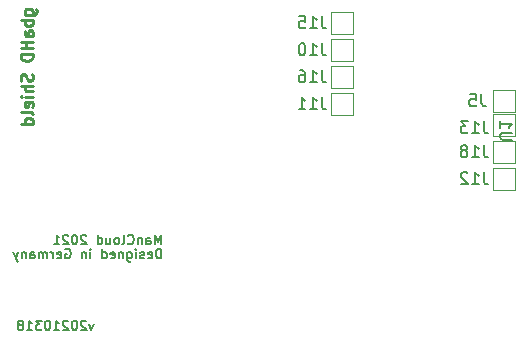
<source format=gbr>
%TF.GenerationSoftware,KiCad,Pcbnew,(5.1.8)-1*%
%TF.CreationDate,2021-03-18T21:41:09+01:00*%
%TF.ProjectId,GBAHD_Shield,47424148-445f-4536-9869-656c642e6b69,rev?*%
%TF.SameCoordinates,Original*%
%TF.FileFunction,Legend,Bot*%
%TF.FilePolarity,Positive*%
%FSLAX46Y46*%
G04 Gerber Fmt 4.6, Leading zero omitted, Abs format (unit mm)*
G04 Created by KiCad (PCBNEW (5.1.8)-1) date 2021-03-18 21:41:09*
%MOMM*%
%LPD*%
G01*
G04 APERTURE LIST*
%ADD10C,0.150000*%
%ADD11C,0.250000*%
%ADD12C,0.120000*%
G04 APERTURE END LIST*
D10*
X52112214Y-64344571D02*
X51921738Y-64877904D01*
X51731261Y-64344571D01*
X51464595Y-64154095D02*
X51426500Y-64116000D01*
X51350309Y-64077904D01*
X51159833Y-64077904D01*
X51083642Y-64116000D01*
X51045547Y-64154095D01*
X51007452Y-64230285D01*
X51007452Y-64306476D01*
X51045547Y-64420761D01*
X51502690Y-64877904D01*
X51007452Y-64877904D01*
X50512214Y-64077904D02*
X50436023Y-64077904D01*
X50359833Y-64116000D01*
X50321738Y-64154095D01*
X50283642Y-64230285D01*
X50245547Y-64382666D01*
X50245547Y-64573142D01*
X50283642Y-64725523D01*
X50321738Y-64801714D01*
X50359833Y-64839809D01*
X50436023Y-64877904D01*
X50512214Y-64877904D01*
X50588404Y-64839809D01*
X50626500Y-64801714D01*
X50664595Y-64725523D01*
X50702690Y-64573142D01*
X50702690Y-64382666D01*
X50664595Y-64230285D01*
X50626500Y-64154095D01*
X50588404Y-64116000D01*
X50512214Y-64077904D01*
X49940785Y-64154095D02*
X49902690Y-64116000D01*
X49826500Y-64077904D01*
X49636023Y-64077904D01*
X49559833Y-64116000D01*
X49521738Y-64154095D01*
X49483642Y-64230285D01*
X49483642Y-64306476D01*
X49521738Y-64420761D01*
X49978880Y-64877904D01*
X49483642Y-64877904D01*
X48721738Y-64877904D02*
X49178880Y-64877904D01*
X48950309Y-64877904D02*
X48950309Y-64077904D01*
X49026500Y-64192190D01*
X49102690Y-64268380D01*
X49178880Y-64306476D01*
X48226500Y-64077904D02*
X48150309Y-64077904D01*
X48074119Y-64116000D01*
X48036023Y-64154095D01*
X47997928Y-64230285D01*
X47959833Y-64382666D01*
X47959833Y-64573142D01*
X47997928Y-64725523D01*
X48036023Y-64801714D01*
X48074119Y-64839809D01*
X48150309Y-64877904D01*
X48226500Y-64877904D01*
X48302690Y-64839809D01*
X48340785Y-64801714D01*
X48378880Y-64725523D01*
X48416976Y-64573142D01*
X48416976Y-64382666D01*
X48378880Y-64230285D01*
X48340785Y-64154095D01*
X48302690Y-64116000D01*
X48226500Y-64077904D01*
X47693166Y-64077904D02*
X47197928Y-64077904D01*
X47464595Y-64382666D01*
X47350309Y-64382666D01*
X47274119Y-64420761D01*
X47236023Y-64458857D01*
X47197928Y-64535047D01*
X47197928Y-64725523D01*
X47236023Y-64801714D01*
X47274119Y-64839809D01*
X47350309Y-64877904D01*
X47578880Y-64877904D01*
X47655071Y-64839809D01*
X47693166Y-64801714D01*
X46436023Y-64877904D02*
X46893166Y-64877904D01*
X46664595Y-64877904D02*
X46664595Y-64077904D01*
X46740785Y-64192190D01*
X46816976Y-64268380D01*
X46893166Y-64306476D01*
X45978880Y-64420761D02*
X46055071Y-64382666D01*
X46093166Y-64344571D01*
X46131261Y-64268380D01*
X46131261Y-64230285D01*
X46093166Y-64154095D01*
X46055071Y-64116000D01*
X45978880Y-64077904D01*
X45826500Y-64077904D01*
X45750309Y-64116000D01*
X45712214Y-64154095D01*
X45674119Y-64230285D01*
X45674119Y-64268380D01*
X45712214Y-64344571D01*
X45750309Y-64382666D01*
X45826500Y-64420761D01*
X45978880Y-64420761D01*
X46055071Y-64458857D01*
X46093166Y-64496952D01*
X46131261Y-64573142D01*
X46131261Y-64725523D01*
X46093166Y-64801714D01*
X46055071Y-64839809D01*
X45978880Y-64877904D01*
X45826500Y-64877904D01*
X45750309Y-64839809D01*
X45712214Y-64801714D01*
X45674119Y-64725523D01*
X45674119Y-64573142D01*
X45712214Y-64496952D01*
X45750309Y-64458857D01*
X45826500Y-64420761D01*
X57812023Y-58811904D02*
X57812023Y-58011904D01*
X57621547Y-58011904D01*
X57507261Y-58050000D01*
X57431071Y-58126190D01*
X57392976Y-58202380D01*
X57354880Y-58354761D01*
X57354880Y-58469047D01*
X57392976Y-58621428D01*
X57431071Y-58697619D01*
X57507261Y-58773809D01*
X57621547Y-58811904D01*
X57812023Y-58811904D01*
X56707261Y-58773809D02*
X56783452Y-58811904D01*
X56935833Y-58811904D01*
X57012023Y-58773809D01*
X57050119Y-58697619D01*
X57050119Y-58392857D01*
X57012023Y-58316666D01*
X56935833Y-58278571D01*
X56783452Y-58278571D01*
X56707261Y-58316666D01*
X56669166Y-58392857D01*
X56669166Y-58469047D01*
X57050119Y-58545238D01*
X56364404Y-58773809D02*
X56288214Y-58811904D01*
X56135833Y-58811904D01*
X56059642Y-58773809D01*
X56021547Y-58697619D01*
X56021547Y-58659523D01*
X56059642Y-58583333D01*
X56135833Y-58545238D01*
X56250119Y-58545238D01*
X56326309Y-58507142D01*
X56364404Y-58430952D01*
X56364404Y-58392857D01*
X56326309Y-58316666D01*
X56250119Y-58278571D01*
X56135833Y-58278571D01*
X56059642Y-58316666D01*
X55678690Y-58811904D02*
X55678690Y-58278571D01*
X55678690Y-58011904D02*
X55716785Y-58050000D01*
X55678690Y-58088095D01*
X55640595Y-58050000D01*
X55678690Y-58011904D01*
X55678690Y-58088095D01*
X54954880Y-58278571D02*
X54954880Y-58926190D01*
X54992976Y-59002380D01*
X55031071Y-59040476D01*
X55107261Y-59078571D01*
X55221547Y-59078571D01*
X55297738Y-59040476D01*
X54954880Y-58773809D02*
X55031071Y-58811904D01*
X55183452Y-58811904D01*
X55259642Y-58773809D01*
X55297738Y-58735714D01*
X55335833Y-58659523D01*
X55335833Y-58430952D01*
X55297738Y-58354761D01*
X55259642Y-58316666D01*
X55183452Y-58278571D01*
X55031071Y-58278571D01*
X54954880Y-58316666D01*
X54573928Y-58278571D02*
X54573928Y-58811904D01*
X54573928Y-58354761D02*
X54535833Y-58316666D01*
X54459642Y-58278571D01*
X54345357Y-58278571D01*
X54269166Y-58316666D01*
X54231071Y-58392857D01*
X54231071Y-58811904D01*
X53545357Y-58773809D02*
X53621547Y-58811904D01*
X53773928Y-58811904D01*
X53850119Y-58773809D01*
X53888214Y-58697619D01*
X53888214Y-58392857D01*
X53850119Y-58316666D01*
X53773928Y-58278571D01*
X53621547Y-58278571D01*
X53545357Y-58316666D01*
X53507261Y-58392857D01*
X53507261Y-58469047D01*
X53888214Y-58545238D01*
X52821547Y-58811904D02*
X52821547Y-58011904D01*
X52821547Y-58773809D02*
X52897738Y-58811904D01*
X53050119Y-58811904D01*
X53126309Y-58773809D01*
X53164404Y-58735714D01*
X53202500Y-58659523D01*
X53202500Y-58430952D01*
X53164404Y-58354761D01*
X53126309Y-58316666D01*
X53050119Y-58278571D01*
X52897738Y-58278571D01*
X52821547Y-58316666D01*
X51831071Y-58811904D02*
X51831071Y-58278571D01*
X51831071Y-58011904D02*
X51869166Y-58050000D01*
X51831071Y-58088095D01*
X51792976Y-58050000D01*
X51831071Y-58011904D01*
X51831071Y-58088095D01*
X51450119Y-58278571D02*
X51450119Y-58811904D01*
X51450119Y-58354761D02*
X51412023Y-58316666D01*
X51335833Y-58278571D01*
X51221547Y-58278571D01*
X51145357Y-58316666D01*
X51107261Y-58392857D01*
X51107261Y-58811904D01*
X49697738Y-58050000D02*
X49773928Y-58011904D01*
X49888214Y-58011904D01*
X50002500Y-58050000D01*
X50078690Y-58126190D01*
X50116785Y-58202380D01*
X50154880Y-58354761D01*
X50154880Y-58469047D01*
X50116785Y-58621428D01*
X50078690Y-58697619D01*
X50002500Y-58773809D01*
X49888214Y-58811904D01*
X49812023Y-58811904D01*
X49697738Y-58773809D01*
X49659642Y-58735714D01*
X49659642Y-58469047D01*
X49812023Y-58469047D01*
X49012023Y-58773809D02*
X49088214Y-58811904D01*
X49240595Y-58811904D01*
X49316785Y-58773809D01*
X49354880Y-58697619D01*
X49354880Y-58392857D01*
X49316785Y-58316666D01*
X49240595Y-58278571D01*
X49088214Y-58278571D01*
X49012023Y-58316666D01*
X48973928Y-58392857D01*
X48973928Y-58469047D01*
X49354880Y-58545238D01*
X48631071Y-58811904D02*
X48631071Y-58278571D01*
X48631071Y-58430952D02*
X48592976Y-58354761D01*
X48554880Y-58316666D01*
X48478690Y-58278571D01*
X48402500Y-58278571D01*
X48135833Y-58811904D02*
X48135833Y-58278571D01*
X48135833Y-58354761D02*
X48097738Y-58316666D01*
X48021547Y-58278571D01*
X47907261Y-58278571D01*
X47831071Y-58316666D01*
X47792976Y-58392857D01*
X47792976Y-58811904D01*
X47792976Y-58392857D02*
X47754880Y-58316666D01*
X47678690Y-58278571D01*
X47564404Y-58278571D01*
X47488214Y-58316666D01*
X47450119Y-58392857D01*
X47450119Y-58811904D01*
X46726309Y-58811904D02*
X46726309Y-58392857D01*
X46764404Y-58316666D01*
X46840595Y-58278571D01*
X46992976Y-58278571D01*
X47069166Y-58316666D01*
X46726309Y-58773809D02*
X46802500Y-58811904D01*
X46992976Y-58811904D01*
X47069166Y-58773809D01*
X47107261Y-58697619D01*
X47107261Y-58621428D01*
X47069166Y-58545238D01*
X46992976Y-58507142D01*
X46802500Y-58507142D01*
X46726309Y-58469047D01*
X46345357Y-58278571D02*
X46345357Y-58811904D01*
X46345357Y-58354761D02*
X46307261Y-58316666D01*
X46231071Y-58278571D01*
X46116785Y-58278571D01*
X46040595Y-58316666D01*
X46002500Y-58392857D01*
X46002500Y-58811904D01*
X45697738Y-58278571D02*
X45507261Y-58811904D01*
X45316785Y-58278571D02*
X45507261Y-58811904D01*
X45583452Y-59002380D01*
X45621547Y-59040476D01*
X45697738Y-59078571D01*
X57803690Y-57611904D02*
X57803690Y-56811904D01*
X57537024Y-57383333D01*
X57270357Y-56811904D01*
X57270357Y-57611904D01*
X56546547Y-57611904D02*
X56546547Y-57192857D01*
X56584643Y-57116666D01*
X56660833Y-57078571D01*
X56813214Y-57078571D01*
X56889405Y-57116666D01*
X56546547Y-57573809D02*
X56622738Y-57611904D01*
X56813214Y-57611904D01*
X56889405Y-57573809D01*
X56927500Y-57497619D01*
X56927500Y-57421428D01*
X56889405Y-57345238D01*
X56813214Y-57307142D01*
X56622738Y-57307142D01*
X56546547Y-57269047D01*
X56165595Y-57078571D02*
X56165595Y-57611904D01*
X56165595Y-57154761D02*
X56127500Y-57116666D01*
X56051309Y-57078571D01*
X55937024Y-57078571D01*
X55860833Y-57116666D01*
X55822738Y-57192857D01*
X55822738Y-57611904D01*
X54984643Y-57535714D02*
X55022738Y-57573809D01*
X55137024Y-57611904D01*
X55213214Y-57611904D01*
X55327500Y-57573809D01*
X55403690Y-57497619D01*
X55441786Y-57421428D01*
X55479881Y-57269047D01*
X55479881Y-57154761D01*
X55441786Y-57002380D01*
X55403690Y-56926190D01*
X55327500Y-56850000D01*
X55213214Y-56811904D01*
X55137024Y-56811904D01*
X55022738Y-56850000D01*
X54984643Y-56888095D01*
X54527500Y-57611904D02*
X54603690Y-57573809D01*
X54641786Y-57497619D01*
X54641786Y-56811904D01*
X54108452Y-57611904D02*
X54184643Y-57573809D01*
X54222738Y-57535714D01*
X54260833Y-57459523D01*
X54260833Y-57230952D01*
X54222738Y-57154761D01*
X54184643Y-57116666D01*
X54108452Y-57078571D01*
X53994167Y-57078571D01*
X53917976Y-57116666D01*
X53879881Y-57154761D01*
X53841786Y-57230952D01*
X53841786Y-57459523D01*
X53879881Y-57535714D01*
X53917976Y-57573809D01*
X53994167Y-57611904D01*
X54108452Y-57611904D01*
X53156071Y-57078571D02*
X53156071Y-57611904D01*
X53498928Y-57078571D02*
X53498928Y-57497619D01*
X53460833Y-57573809D01*
X53384643Y-57611904D01*
X53270357Y-57611904D01*
X53194167Y-57573809D01*
X53156071Y-57535714D01*
X52432262Y-57611904D02*
X52432262Y-56811904D01*
X52432262Y-57573809D02*
X52508452Y-57611904D01*
X52660833Y-57611904D01*
X52737024Y-57573809D01*
X52775119Y-57535714D01*
X52813214Y-57459523D01*
X52813214Y-57230952D01*
X52775119Y-57154761D01*
X52737024Y-57116666D01*
X52660833Y-57078571D01*
X52508452Y-57078571D01*
X52432262Y-57116666D01*
X51479881Y-56888095D02*
X51441786Y-56850000D01*
X51365595Y-56811904D01*
X51175119Y-56811904D01*
X51098928Y-56850000D01*
X51060833Y-56888095D01*
X51022738Y-56964285D01*
X51022738Y-57040476D01*
X51060833Y-57154761D01*
X51517976Y-57611904D01*
X51022738Y-57611904D01*
X50527500Y-56811904D02*
X50451309Y-56811904D01*
X50375119Y-56850000D01*
X50337024Y-56888095D01*
X50298928Y-56964285D01*
X50260833Y-57116666D01*
X50260833Y-57307142D01*
X50298928Y-57459523D01*
X50337024Y-57535714D01*
X50375119Y-57573809D01*
X50451309Y-57611904D01*
X50527500Y-57611904D01*
X50603690Y-57573809D01*
X50641786Y-57535714D01*
X50679881Y-57459523D01*
X50717976Y-57307142D01*
X50717976Y-57116666D01*
X50679881Y-56964285D01*
X50641786Y-56888095D01*
X50603690Y-56850000D01*
X50527500Y-56811904D01*
X49956071Y-56888095D02*
X49917976Y-56850000D01*
X49841786Y-56811904D01*
X49651309Y-56811904D01*
X49575119Y-56850000D01*
X49537024Y-56888095D01*
X49498928Y-56964285D01*
X49498928Y-57040476D01*
X49537024Y-57154761D01*
X49994167Y-57611904D01*
X49498928Y-57611904D01*
X48737024Y-57611904D02*
X49194167Y-57611904D01*
X48965595Y-57611904D02*
X48965595Y-56811904D01*
X49041786Y-56926190D01*
X49117976Y-57002380D01*
X49194167Y-57040476D01*
D11*
X46267714Y-38167166D02*
X47077238Y-38167166D01*
X47172476Y-38119547D01*
X47220095Y-38071928D01*
X47267714Y-37976690D01*
X47267714Y-37833833D01*
X47220095Y-37738595D01*
X46886761Y-38167166D02*
X46934380Y-38071928D01*
X46934380Y-37881452D01*
X46886761Y-37786214D01*
X46839142Y-37738595D01*
X46743904Y-37690976D01*
X46458190Y-37690976D01*
X46362952Y-37738595D01*
X46315333Y-37786214D01*
X46267714Y-37881452D01*
X46267714Y-38071928D01*
X46315333Y-38167166D01*
X46934380Y-38643357D02*
X45934380Y-38643357D01*
X46315333Y-38643357D02*
X46267714Y-38738595D01*
X46267714Y-38929071D01*
X46315333Y-39024309D01*
X46362952Y-39071928D01*
X46458190Y-39119547D01*
X46743904Y-39119547D01*
X46839142Y-39071928D01*
X46886761Y-39024309D01*
X46934380Y-38929071D01*
X46934380Y-38738595D01*
X46886761Y-38643357D01*
X46934380Y-39976690D02*
X46410571Y-39976690D01*
X46315333Y-39929071D01*
X46267714Y-39833833D01*
X46267714Y-39643357D01*
X46315333Y-39548119D01*
X46886761Y-39976690D02*
X46934380Y-39881452D01*
X46934380Y-39643357D01*
X46886761Y-39548119D01*
X46791523Y-39500500D01*
X46696285Y-39500500D01*
X46601047Y-39548119D01*
X46553428Y-39643357D01*
X46553428Y-39881452D01*
X46505809Y-39976690D01*
X46934380Y-40452880D02*
X45934380Y-40452880D01*
X46410571Y-40452880D02*
X46410571Y-41024309D01*
X46934380Y-41024309D02*
X45934380Y-41024309D01*
X46934380Y-41500500D02*
X45934380Y-41500500D01*
X45934380Y-41738595D01*
X45982000Y-41881452D01*
X46077238Y-41976690D01*
X46172476Y-42024309D01*
X46362952Y-42071928D01*
X46505809Y-42071928D01*
X46696285Y-42024309D01*
X46791523Y-41976690D01*
X46886761Y-41881452D01*
X46934380Y-41738595D01*
X46934380Y-41500500D01*
X46886761Y-43214785D02*
X46934380Y-43357642D01*
X46934380Y-43595738D01*
X46886761Y-43690976D01*
X46839142Y-43738595D01*
X46743904Y-43786214D01*
X46648666Y-43786214D01*
X46553428Y-43738595D01*
X46505809Y-43690976D01*
X46458190Y-43595738D01*
X46410571Y-43405261D01*
X46362952Y-43310023D01*
X46315333Y-43262404D01*
X46220095Y-43214785D01*
X46124857Y-43214785D01*
X46029619Y-43262404D01*
X45982000Y-43310023D01*
X45934380Y-43405261D01*
X45934380Y-43643357D01*
X45982000Y-43786214D01*
X46934380Y-44214785D02*
X45934380Y-44214785D01*
X46934380Y-44643357D02*
X46410571Y-44643357D01*
X46315333Y-44595738D01*
X46267714Y-44500500D01*
X46267714Y-44357642D01*
X46315333Y-44262404D01*
X46362952Y-44214785D01*
X46934380Y-45119547D02*
X46267714Y-45119547D01*
X45934380Y-45119547D02*
X45982000Y-45071928D01*
X46029619Y-45119547D01*
X45982000Y-45167166D01*
X45934380Y-45119547D01*
X46029619Y-45119547D01*
X46886761Y-45976690D02*
X46934380Y-45881452D01*
X46934380Y-45690976D01*
X46886761Y-45595738D01*
X46791523Y-45548119D01*
X46410571Y-45548119D01*
X46315333Y-45595738D01*
X46267714Y-45690976D01*
X46267714Y-45881452D01*
X46315333Y-45976690D01*
X46410571Y-46024309D01*
X46505809Y-46024309D01*
X46601047Y-45548119D01*
X46934380Y-46595738D02*
X46886761Y-46500500D01*
X46791523Y-46452880D01*
X45934380Y-46452880D01*
X46934380Y-47405261D02*
X45934380Y-47405261D01*
X46886761Y-47405261D02*
X46934380Y-47310023D01*
X46934380Y-47119547D01*
X46886761Y-47024309D01*
X46839142Y-46976690D01*
X46743904Y-46929071D01*
X46458190Y-46929071D01*
X46362952Y-46976690D01*
X46315333Y-47024309D01*
X46267714Y-47119547D01*
X46267714Y-47310023D01*
X46315333Y-47405261D01*
D12*
%TO.C,J5*%
X85918000Y-46416000D02*
X87818000Y-46416000D01*
X87818000Y-46416000D02*
X87818000Y-44516000D01*
X87818000Y-44516000D02*
X85918000Y-44516000D01*
X85918000Y-44516000D02*
X85918000Y-46416000D01*
%TO.C,J12*%
X85918000Y-53020000D02*
X87818000Y-53020000D01*
X87818000Y-53020000D02*
X87818000Y-51120000D01*
X87818000Y-51120000D02*
X85918000Y-51120000D01*
X85918000Y-51120000D02*
X85918000Y-53020000D01*
%TO.C,J18*%
X85918000Y-50734000D02*
X87818000Y-50734000D01*
X87818000Y-50734000D02*
X87818000Y-48834000D01*
X87818000Y-48834000D02*
X85918000Y-48834000D01*
X85918000Y-48834000D02*
X85918000Y-50734000D01*
%TO.C,J16*%
X72202000Y-44384000D02*
X74102000Y-44384000D01*
X74102000Y-44384000D02*
X74102000Y-42484000D01*
X74102000Y-42484000D02*
X72202000Y-42484000D01*
X72202000Y-42484000D02*
X72202000Y-44384000D01*
%TO.C,J15*%
X72202000Y-39812000D02*
X74102000Y-39812000D01*
X74102000Y-39812000D02*
X74102000Y-37912000D01*
X74102000Y-37912000D02*
X72202000Y-37912000D01*
X72202000Y-37912000D02*
X72202000Y-39812000D01*
%TO.C,J13*%
X85918000Y-48448000D02*
X87818000Y-48448000D01*
X87818000Y-48448000D02*
X87818000Y-46548000D01*
X87818000Y-46548000D02*
X85918000Y-46548000D01*
X85918000Y-46548000D02*
X85918000Y-48448000D01*
%TO.C,J11*%
X72202000Y-46670000D02*
X74102000Y-46670000D01*
X74102000Y-46670000D02*
X74102000Y-44770000D01*
X74102000Y-44770000D02*
X72202000Y-44770000D01*
X72202000Y-44770000D02*
X72202000Y-46670000D01*
%TO.C,J10*%
X72202000Y-42098000D02*
X74102000Y-42098000D01*
X74102000Y-42098000D02*
X74102000Y-40198000D01*
X74102000Y-40198000D02*
X72202000Y-40198000D01*
X72202000Y-40198000D02*
X72202000Y-42098000D01*
%TO.C,J5*%
D10*
X84915333Y-44918380D02*
X84915333Y-45632666D01*
X84962952Y-45775523D01*
X85058190Y-45870761D01*
X85201047Y-45918380D01*
X85296285Y-45918380D01*
X83962952Y-44918380D02*
X84439142Y-44918380D01*
X84486761Y-45394571D01*
X84439142Y-45346952D01*
X84343904Y-45299333D01*
X84105809Y-45299333D01*
X84010571Y-45346952D01*
X83962952Y-45394571D01*
X83915333Y-45489809D01*
X83915333Y-45727904D01*
X83962952Y-45823142D01*
X84010571Y-45870761D01*
X84105809Y-45918380D01*
X84343904Y-45918380D01*
X84439142Y-45870761D01*
X84486761Y-45823142D01*
%TO.C,J12*%
X85137523Y-51522380D02*
X85137523Y-52236666D01*
X85185142Y-52379523D01*
X85280380Y-52474761D01*
X85423238Y-52522380D01*
X85518476Y-52522380D01*
X84137523Y-52522380D02*
X84708952Y-52522380D01*
X84423238Y-52522380D02*
X84423238Y-51522380D01*
X84518476Y-51665238D01*
X84613714Y-51760476D01*
X84708952Y-51808095D01*
X83756571Y-51617619D02*
X83708952Y-51570000D01*
X83613714Y-51522380D01*
X83375619Y-51522380D01*
X83280380Y-51570000D01*
X83232761Y-51617619D01*
X83185142Y-51712857D01*
X83185142Y-51808095D01*
X83232761Y-51950952D01*
X83804190Y-52522380D01*
X83185142Y-52522380D01*
%TO.C,J18*%
X85137523Y-49236380D02*
X85137523Y-49950666D01*
X85185142Y-50093523D01*
X85280380Y-50188761D01*
X85423238Y-50236380D01*
X85518476Y-50236380D01*
X84137523Y-50236380D02*
X84708952Y-50236380D01*
X84423238Y-50236380D02*
X84423238Y-49236380D01*
X84518476Y-49379238D01*
X84613714Y-49474476D01*
X84708952Y-49522095D01*
X83566095Y-49664952D02*
X83661333Y-49617333D01*
X83708952Y-49569714D01*
X83756571Y-49474476D01*
X83756571Y-49426857D01*
X83708952Y-49331619D01*
X83661333Y-49284000D01*
X83566095Y-49236380D01*
X83375619Y-49236380D01*
X83280380Y-49284000D01*
X83232761Y-49331619D01*
X83185142Y-49426857D01*
X83185142Y-49474476D01*
X83232761Y-49569714D01*
X83280380Y-49617333D01*
X83375619Y-49664952D01*
X83566095Y-49664952D01*
X83661333Y-49712571D01*
X83708952Y-49760190D01*
X83756571Y-49855428D01*
X83756571Y-50045904D01*
X83708952Y-50141142D01*
X83661333Y-50188761D01*
X83566095Y-50236380D01*
X83375619Y-50236380D01*
X83280380Y-50188761D01*
X83232761Y-50141142D01*
X83185142Y-50045904D01*
X83185142Y-49855428D01*
X83232761Y-49760190D01*
X83280380Y-49712571D01*
X83375619Y-49664952D01*
%TO.C,J16*%
X71421523Y-42886380D02*
X71421523Y-43600666D01*
X71469142Y-43743523D01*
X71564380Y-43838761D01*
X71707238Y-43886380D01*
X71802476Y-43886380D01*
X70421523Y-43886380D02*
X70992952Y-43886380D01*
X70707238Y-43886380D02*
X70707238Y-42886380D01*
X70802476Y-43029238D01*
X70897714Y-43124476D01*
X70992952Y-43172095D01*
X69564380Y-42886380D02*
X69754857Y-42886380D01*
X69850095Y-42934000D01*
X69897714Y-42981619D01*
X69992952Y-43124476D01*
X70040571Y-43314952D01*
X70040571Y-43695904D01*
X69992952Y-43791142D01*
X69945333Y-43838761D01*
X69850095Y-43886380D01*
X69659619Y-43886380D01*
X69564380Y-43838761D01*
X69516761Y-43791142D01*
X69469142Y-43695904D01*
X69469142Y-43457809D01*
X69516761Y-43362571D01*
X69564380Y-43314952D01*
X69659619Y-43267333D01*
X69850095Y-43267333D01*
X69945333Y-43314952D01*
X69992952Y-43362571D01*
X70040571Y-43457809D01*
%TO.C,J15*%
X71421523Y-38314380D02*
X71421523Y-39028666D01*
X71469142Y-39171523D01*
X71564380Y-39266761D01*
X71707238Y-39314380D01*
X71802476Y-39314380D01*
X70421523Y-39314380D02*
X70992952Y-39314380D01*
X70707238Y-39314380D02*
X70707238Y-38314380D01*
X70802476Y-38457238D01*
X70897714Y-38552476D01*
X70992952Y-38600095D01*
X69516761Y-38314380D02*
X69992952Y-38314380D01*
X70040571Y-38790571D01*
X69992952Y-38742952D01*
X69897714Y-38695333D01*
X69659619Y-38695333D01*
X69564380Y-38742952D01*
X69516761Y-38790571D01*
X69469142Y-38885809D01*
X69469142Y-39123904D01*
X69516761Y-39219142D01*
X69564380Y-39266761D01*
X69659619Y-39314380D01*
X69897714Y-39314380D01*
X69992952Y-39266761D01*
X70040571Y-39219142D01*
%TO.C,J13*%
X85137523Y-47204380D02*
X85137523Y-47918666D01*
X85185142Y-48061523D01*
X85280380Y-48156761D01*
X85423238Y-48204380D01*
X85518476Y-48204380D01*
X84137523Y-48204380D02*
X84708952Y-48204380D01*
X84423238Y-48204380D02*
X84423238Y-47204380D01*
X84518476Y-47347238D01*
X84613714Y-47442476D01*
X84708952Y-47490095D01*
X83804190Y-47204380D02*
X83185142Y-47204380D01*
X83518476Y-47585333D01*
X83375619Y-47585333D01*
X83280380Y-47632952D01*
X83232761Y-47680571D01*
X83185142Y-47775809D01*
X83185142Y-48013904D01*
X83232761Y-48109142D01*
X83280380Y-48156761D01*
X83375619Y-48204380D01*
X83661333Y-48204380D01*
X83756571Y-48156761D01*
X83804190Y-48109142D01*
%TO.C,J11*%
X71421523Y-45172380D02*
X71421523Y-45886666D01*
X71469142Y-46029523D01*
X71564380Y-46124761D01*
X71707238Y-46172380D01*
X71802476Y-46172380D01*
X70421523Y-46172380D02*
X70992952Y-46172380D01*
X70707238Y-46172380D02*
X70707238Y-45172380D01*
X70802476Y-45315238D01*
X70897714Y-45410476D01*
X70992952Y-45458095D01*
X69469142Y-46172380D02*
X70040571Y-46172380D01*
X69754857Y-46172380D02*
X69754857Y-45172380D01*
X69850095Y-45315238D01*
X69945333Y-45410476D01*
X70040571Y-45458095D01*
%TO.C,J10*%
X71421523Y-40600380D02*
X71421523Y-41314666D01*
X71469142Y-41457523D01*
X71564380Y-41552761D01*
X71707238Y-41600380D01*
X71802476Y-41600380D01*
X70421523Y-41600380D02*
X70992952Y-41600380D01*
X70707238Y-41600380D02*
X70707238Y-40600380D01*
X70802476Y-40743238D01*
X70897714Y-40838476D01*
X70992952Y-40886095D01*
X69802476Y-40600380D02*
X69707238Y-40600380D01*
X69612000Y-40648000D01*
X69564380Y-40695619D01*
X69516761Y-40790857D01*
X69469142Y-40981333D01*
X69469142Y-41219428D01*
X69516761Y-41409904D01*
X69564380Y-41505142D01*
X69612000Y-41552761D01*
X69707238Y-41600380D01*
X69802476Y-41600380D01*
X69897714Y-41552761D01*
X69945333Y-41505142D01*
X69992952Y-41409904D01*
X70040571Y-41219428D01*
X70040571Y-40981333D01*
X69992952Y-40790857D01*
X69945333Y-40695619D01*
X69897714Y-40648000D01*
X69802476Y-40600380D01*
%TO.C,U1*%
X87539619Y-48761904D02*
X86730095Y-48761904D01*
X86634857Y-48714285D01*
X86587238Y-48666666D01*
X86539619Y-48571428D01*
X86539619Y-48380952D01*
X86587238Y-48285714D01*
X86634857Y-48238095D01*
X86730095Y-48190476D01*
X87539619Y-48190476D01*
X86539619Y-47190476D02*
X86539619Y-47761904D01*
X86539619Y-47476190D02*
X87539619Y-47476190D01*
X87396761Y-47571428D01*
X87301523Y-47666666D01*
X87253904Y-47761904D01*
%TD*%
M02*

</source>
